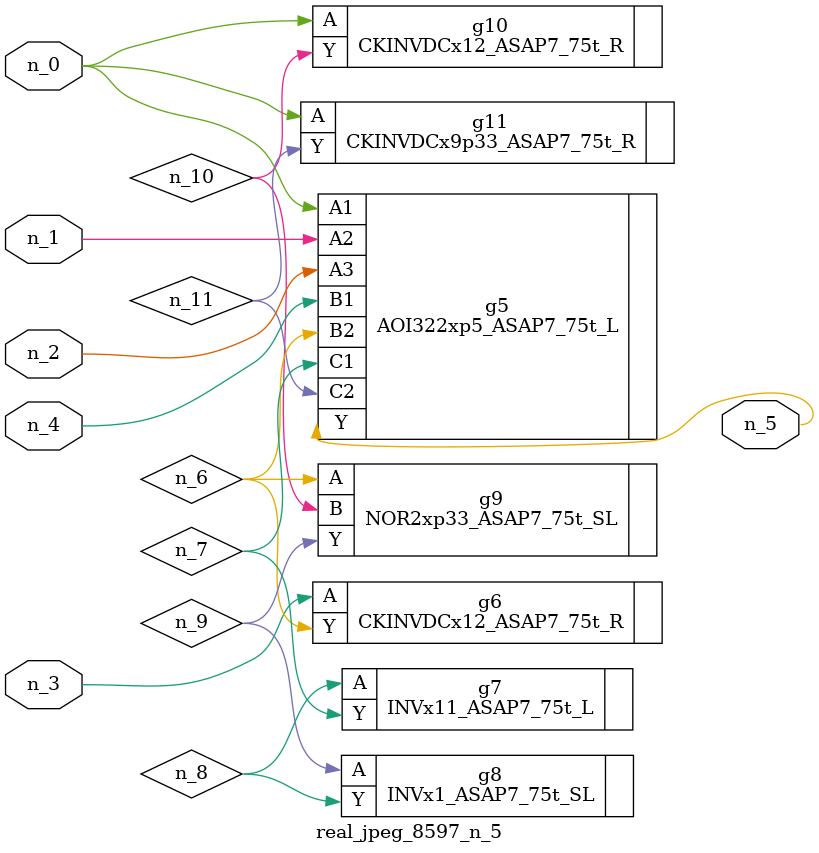
<source format=v>
module real_jpeg_8597_n_5 (n_4, n_0, n_1, n_2, n_3, n_5);

input n_4;
input n_0;
input n_1;
input n_2;
input n_3;

output n_5;

wire n_8;
wire n_11;
wire n_6;
wire n_7;
wire n_10;
wire n_9;

AOI322xp5_ASAP7_75t_L g5 ( 
.A1(n_0),
.A2(n_1),
.A3(n_2),
.B1(n_4),
.B2(n_6),
.C1(n_7),
.C2(n_11),
.Y(n_5)
);

CKINVDCx12_ASAP7_75t_R g10 ( 
.A(n_0),
.Y(n_10)
);

CKINVDCx9p33_ASAP7_75t_R g11 ( 
.A(n_0),
.Y(n_11)
);

CKINVDCx12_ASAP7_75t_R g6 ( 
.A(n_3),
.Y(n_6)
);

NOR2xp33_ASAP7_75t_SL g9 ( 
.A(n_6),
.B(n_10),
.Y(n_9)
);

INVx11_ASAP7_75t_L g7 ( 
.A(n_8),
.Y(n_7)
);

INVx1_ASAP7_75t_SL g8 ( 
.A(n_9),
.Y(n_8)
);


endmodule
</source>
